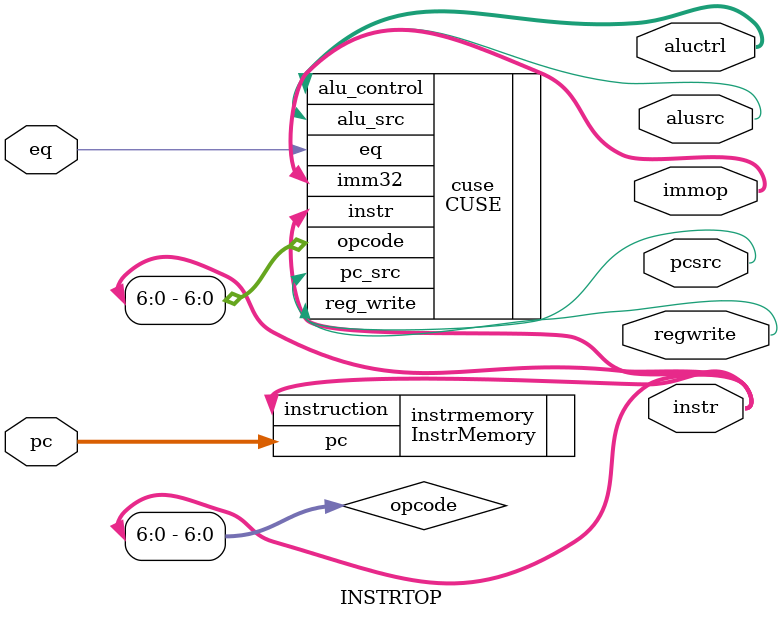
<source format=sv>
module INSTRTOP (
    input logic [31:0] pc,
    input logic eq,
    output logic [31:0] instr,
    output logic        regwrite,
    output logic        alusrc,
    output logic        pcsrc,
    output logic [2:0]  aluctrl,
    output logic [31:0] immop

);

    logic [6:0] opcode;
    
    CUSE cuse(
        .eq (eq),
        .opcode (opcode),
        .instr (instr),
        .reg_write (regwrite),
        .alu_src (alusrc),
        .pc_src (pcsrc),
        .alu_control (aluctrl),
        .imm32 (immop)
    );

    InstrMemory instrmemory(
        .pc (pc),
        .instruction (instr)
    );
    
    assign opcode = instr[6:0];
    
endmodule

</source>
